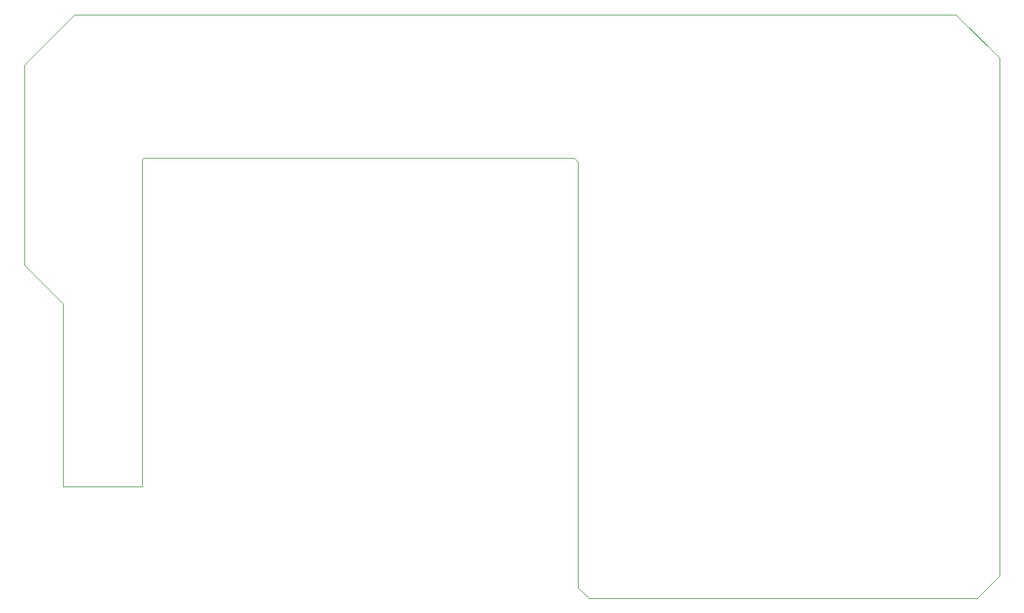
<source format=gko>
%FSLAX44Y44*%
%MOMM*%
G71*
G01*
G75*
G04 Layer_Color=16711935*
%ADD10C,0.1016*%
%ADD11C,0.7620*%
%ADD12C,0.5080*%
%ADD13O,2.4130X2.1590*%
%ADD14C,1.9050*%
%ADD15C,1.5240*%
%ADD16C,0.0508*%
D16*
X363220Y563880D02*
X467360D01*
Y995680D01*
X468630Y996950D01*
X1036320D01*
X1041400Y991870D01*
Y430530D02*
Y991870D01*
Y430530D02*
X1055370Y416560D01*
X1094740D01*
X1567180D01*
X1596390Y445770D01*
Y1129030D01*
X1539240Y1186180D02*
X1596390Y1129030D01*
X378460Y1186180D02*
X1539240D01*
X312420Y1120140D02*
X378460Y1186180D01*
X312420Y855980D02*
Y1120140D01*
Y855980D02*
X363220Y805180D01*
Y563880D02*
Y805180D01*
M02*

</source>
